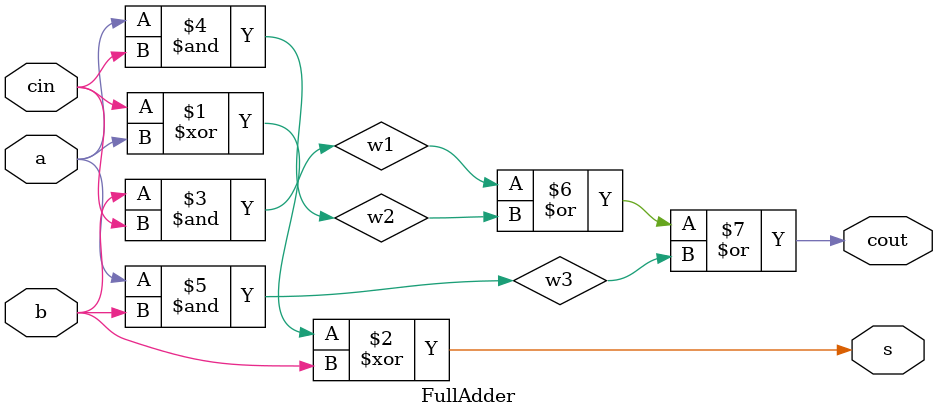
<source format=v>
module ALU
(
input [15:0] A,
input [15:0] B,

input s1,
input s0,
output [15:0] C
) ;

wire sel ;  
assign sel = ~s0;  // sel is the negation of s0

wire c1,c2,c3,c4,c5,c6, c7, c8, c9, c10, c11, c12, c13, c14, c15, cout;
wire [15:0] temp;

// XOR gates to compute complement if sel is 1 i.e. substraction instruction
//xor x1(temp[0],B[0],sel);
xor x0(temp[0], B[0], sel);
xor x1(temp[1], B[1], sel);
xor x2(temp[2], B[2], sel);
xor x3(temp[3], B[3], sel);
xor x4(temp[4], B[4], sel);
xor x5(temp[5], B[5], sel);
xor x6(temp[6], B[6], sel);
xor x7(temp[7], B[7], sel);
xor x8(temp[8], B[8], sel);
xor x9(temp[9], B[9], sel);
xor x10(temp[10], B[10], sel);
xor x11(temp[11], B[11], sel);
xor x12(temp[12], B[12], sel);
xor x13(temp[13], B[13], sel);
xor x14(temp[14], B[14], sel);
xor x15(temp[15], B[15], sel);

// Full Adder instances to compute C
FullAdder f1 ( .a(A[0]) , .b(temp[0]) , .cin(sel) , .s(C[0]) , .cout(c1) ) ;
FullAdder f2 ( .a(A[1]) , .b(temp[1]) , .cin(c1) , .s(C[1]) , .cout(c2) ) ;
FullAdder f3 ( .a(A[2]) , .b(temp[2]) , .cin(c2) , .s(C[2]) , .cout(c3) ) ;
FullAdder f4 ( .a(A[3]) , .b(temp[3]) , .cin(c3) , .s(C[3]) , .cout(c4) ) ;
FullAdder f5 ( .a(A[4]) , .b(temp[4]) , .cin(c4) , .s(C[4]) , .cout(c5) ) ;
FullAdder f6 ( .a(A[5]) , .b(temp[5]) , .cin(c5) , .s(C[5]) , .cout(c6) ) ;
FullAdder f7 ( .a(A[6]) , .b(temp[6]) , .cin(c6) , .s(C[6]) , .cout(c7) ) ;
FullAdder f8 ( .a(A[7]) , .b(temp[7]) , .cin(c7) , .s(C[7]) , .cout(c8) ) ;
FullAdder f9 ( .a(A[8]) , .b(temp[8]) , .cin(c8) , .s(C[8]) , .cout(c9) ) ;
FullAdder f10 ( .a(A[9]) , .b(temp[9]) , .cin(c9) , .s(C[9]) , .cout(c10) ) ;
FullAdder f11 ( .a(A[10]) , .b(temp[10]) , .cin(c10) , .s(C[10]) , .cout(c11) ) ;
FullAdder f12 ( .a(A[11]) , .b(temp[11]) , .cin(c11) , .s(C[11]) , .cout(c12) ) ;
FullAdder f13 ( .a(A[12]) , .b(temp[12]) , .cin(c12) , .s(C[12]) , .cout(c13) ) ;
FullAdder f14 ( .a(A[13]) , .b(temp[13]) , .cin(c13) , .s(C[13]) , .cout(c14) ) ;
FullAdder f15 ( .a(A[14]) , .b(temp[14]) , .cin(c14) , .s(C[14]) , .cout(c15) ) ;
FullAdder f16 ( .a(A[15]) , .b(temp[15]) , .cin(c15) , .s(C[15]) , .cout(cout) ) ;

endmodule


// full adder module for one bit addition
module FullAdder( a,b,cin,s,cout );


input wire a,b,cin ;
output wire s,cout ;


wire w1,w2,w3;

xor(s,cin,a,b); 
and(w1,b,cin);
and(w2,a,cin);
and(w3,a,b);
or(cout,w1,w2,w3);


endmodule
</source>
